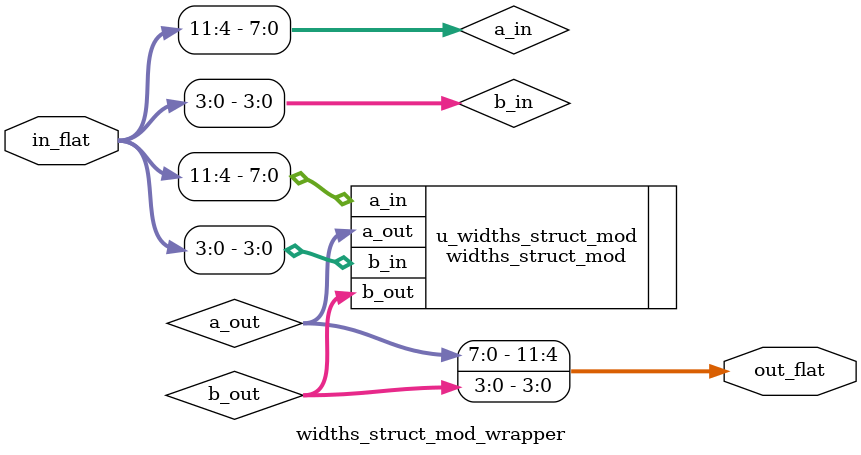
<source format=sv>
`include "widths_struct_mod.sv"

module widths_struct_mod_wrapper (
    input  wire [11:0] in_flat,
    output wire [11:0] out_flat
);

  // Slice `in_flat` into original inputs
  wire [7:0] a_in = in_flat[11:4];
  wire [3:0] b_in = in_flat[3:0];

  // Wires to capture original module outputs
  wire [7:0] a_out;
  wire [3:0] b_out;

  // Instantiate the original module
  widths_struct_mod u_widths_struct_mod (
    .a_in(a_in),
    .b_in(b_in),
    .a_out(a_out),
    .b_out(b_out)
  );

  // Pack original outputs into `out_flat`
  assign out_flat[11:4] = a_out;
  assign out_flat[3:0] = b_out;

endmodule  // widths_struct_mod_wrapper
</source>
